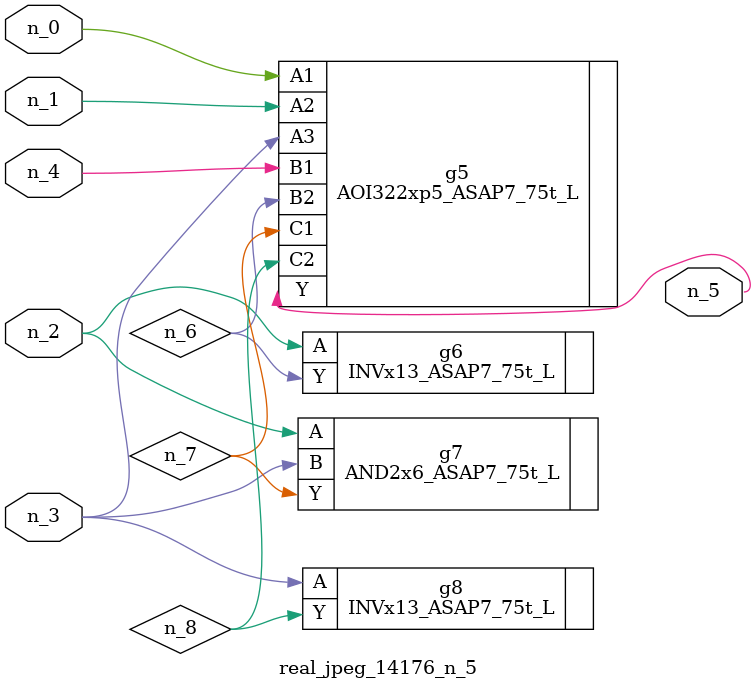
<source format=v>
module real_jpeg_14176_n_5 (n_4, n_0, n_1, n_2, n_3, n_5);

input n_4;
input n_0;
input n_1;
input n_2;
input n_3;

output n_5;

wire n_8;
wire n_6;
wire n_7;

AOI322xp5_ASAP7_75t_L g5 ( 
.A1(n_0),
.A2(n_1),
.A3(n_3),
.B1(n_4),
.B2(n_6),
.C1(n_7),
.C2(n_8),
.Y(n_5)
);

INVx13_ASAP7_75t_L g6 ( 
.A(n_2),
.Y(n_6)
);

AND2x6_ASAP7_75t_L g7 ( 
.A(n_2),
.B(n_3),
.Y(n_7)
);

INVx13_ASAP7_75t_L g8 ( 
.A(n_3),
.Y(n_8)
);


endmodule
</source>
